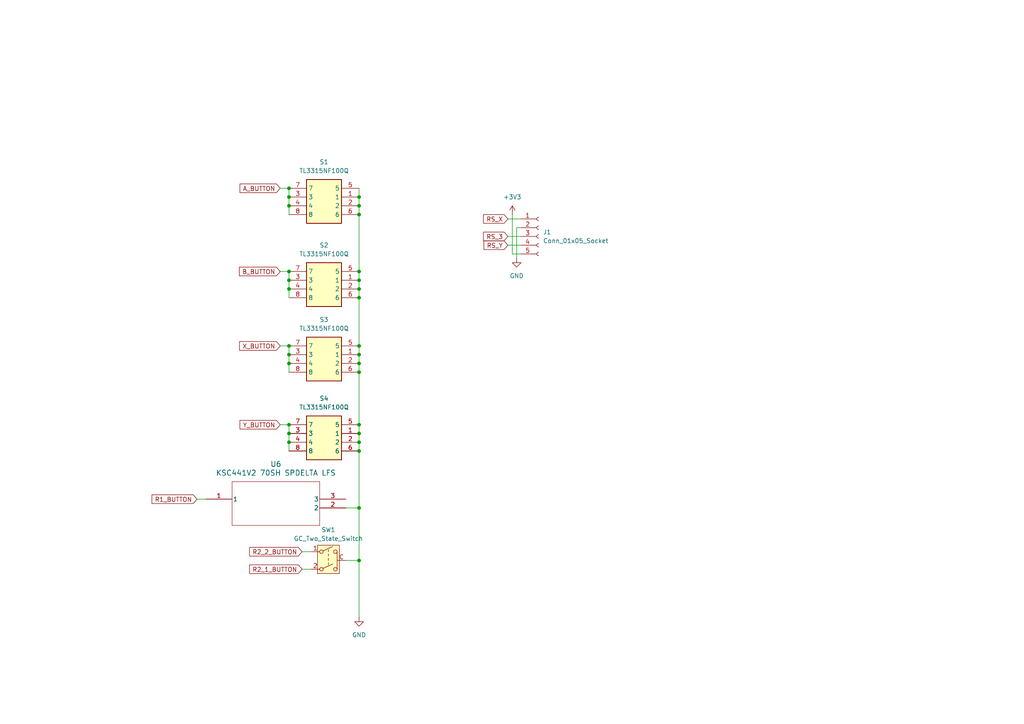
<source format=kicad_sch>
(kicad_sch (version 20250114) (generator "eeschema") (generator_version "9.0")
  (paper "A4")
  (lib_symbols
    (symbol "2025-07-13_09-53-12:KSC441V2_70SH_SPDELTA_LFS" (pin_names (offset 0.254))
      (property "Reference" "U" (at 20.32 10.16 0))
      (property "Value" "KSC441V2 70SH SPDELTA LFS" (at 20.32 7.62 0))
      (symbol "KSC441V2_70SH_SPDELTA_LFS_0_1"
        (polyline (pts (xy 7.62 5.08) (xy 7.62 -7.62)) (stroke (width 0.127)))
        (polyline (pts (xy 7.62 -7.62) (xy 33.02 -7.62)) (stroke (width 0.127)))
        (polyline (pts (xy 33.02 5.08) (xy 7.62 5.08)) (stroke (width 0.127)))
        (polyline (pts (xy 33.02 -7.62) (xy 33.02 5.08)) (stroke (width 0.127)))
        (pin unspecified line (at 0 0 0) (length 7.62) (name "1") (number "1"))
        (pin unspecified line (at 40.64 0 180) (length 7.62) (name "3") (number "3"))
        (pin unspecified line (at 40.64 -2.54 180) (length 7.62) (name "2") (number "2"))
      )
    )
    (symbol "Connector:Conn_01x05_Socket" (pin_names (offset 1.016) (hide yes))
      (property "Reference" "J" (at 0 7.62 0))
      (property "Value" "Conn_01x05_Socket" (at 0 -7.62 0))
      (symbol "Conn_01x05_Socket_1_1"
        (polyline (pts (xy -1.27 5.08) (xy -0.508 5.08)) (stroke (width 0.1524)))
        (polyline (pts (xy -1.27 2.54) (xy -0.508 2.54)) (stroke (width 0.1524)))
        (polyline (pts (xy -1.27 0) (xy -0.508 0)) (stroke (width 0.1524)))
        (polyline (pts (xy -1.27 -2.54) (xy -0.508 -2.54)) (stroke (width 0.1524)))
        (polyline (pts (xy -1.27 -5.08) (xy -0.508 -5.08)) (stroke (width 0.1524)))
        (arc (start 0 4.572) (mid -0.5058 5.08) (end 0 5.588) (stroke (width 0.1524)))
        (arc (start 0 2.032) (mid -0.5058 2.54) (end 0 3.048) (stroke (width 0.1524)))
        (arc (start 0 -0.508) (mid -0.5058 0) (end 0 0.508) (stroke (width 0.1524)))
        (arc (start 0 -3.048) (mid -0.5058 -2.54) (end 0 -2.032) (stroke (width 0.1524)))
        (arc (start 0 -5.588) (mid -0.5058 -5.08) (end 0 -4.572) (stroke (width 0.1524)))
        (pin passive line (at -5.08 5.08 0) (length 3.81) (name "Pin_1") (number "1"))
        (pin passive line (at -5.08 2.54 0) (length 3.81) (name "Pin_2") (number "2"))
        (pin passive line (at -5.08 0 0) (length 3.81) (name "Pin_3") (number "3"))
        (pin passive line (at -5.08 -2.54 0) (length 3.81) (name "Pin_4") (number "4"))
        (pin passive line (at -5.08 -5.08 0) (length 3.81) (name "Pin_5") (number "5"))
      )
    )
    (symbol "RoseDaggerDev:GC_Two_State_Switch" (pin_names (offset 0) (hide yes))
      (property "Reference" "SW" (at 0 6.35 0))
      (property "Value" "GC_Two_State_Switch" (at 0 -5.08 0))
      (symbol "GC_Two_State_Switch_0_0"
        (circle (center -2.032 2.54) (radius 0.508))
        (circle (center -2.032 -2.54) (radius 0.508))
        (polyline (pts (xy -1.524 2.794) (xy 1.27 4.064)))
        (polyline (pts (xy -1.524 -2.286) (xy 1.27 -1.016)))
        (polyline (pts (xy 0 2.54) (xy 0 3.175)))
        (polyline (pts (xy 0 1.27) (xy 0 1.905)))
        (polyline (pts (xy 0 0) (xy 0 0.635)))
        (polyline (pts (xy 0 -1.27) (xy 0 -0.635)))
        (circle (center 2.032 2.54) (radius 0.508))
        (circle (center 2.032 -2.54) (radius 0.508))
      )
      (symbol "GC_Two_State_Switch_0_1"
        (polyline (pts (xy 2.54 2.54) (xy 2.54 -2.54)))
      )
      (symbol "GC_Two_State_Switch_1_1"
        (rectangle (start -3.175 4.445) (end 3.175 -3.81) (fill (type background)))
        (pin passive line (at -5.08 2.54 0) (length 2.54) (name "1") (number "1"))
        (pin passive line (at -5.08 -2.54 0) (length 2.54) (name "2") (number "2"))
        (pin passive line (at 5.08 0 180) (length 2.54) (name "C") (number "C"))
      )
    )
    (symbol "SamacSys_Parts:TL3315NF100Q"
      (property "Reference" "S" (at 16.51 7.62 0))
      (property "Value" "TL3315NF100Q" (at 16.51 5.08 0))
      (symbol "TL3315NF100Q_1_1"
        (rectangle (start 5.08 2.54) (end 15.24 -10.16) (stroke (width 0.254)) (fill (type background)))
        (pin passive line (at 0 0 0) (length 5.08) (name "7") (number "7"))
        (pin passive line (at 0 -2.54 0) (length 5.08) (name "3") (number "3"))
        (pin passive line (at 0 -5.08 0) (length 5.08) (name "4") (number "4"))
        (pin passive line (at 0 -7.62 0) (length 5.08) (name "8") (number "8"))
        (pin passive line (at 20.32 0 180) (length 5.08) (name "5") (number "5"))
        (pin passive line (at 20.32 -2.54 180) (length 5.08) (name "1") (number "1"))
        (pin passive line (at 20.32 -5.08 180) (length 5.08) (name "2") (number "2"))
        (pin passive line (at 20.32 -7.62 180) (length 5.08) (name "6") (number "6"))
      )
    )
    (symbol "power:+3V3" (power) (pin_numbers (hide yes)) (pin_names (offset 0) (hide yes))
      (property "Value" "+3V3" (at 0 3.556 0))
      (symbol "+3V3_0_1"
        (polyline (pts (xy -0.762 1.27) (xy 0 2.54)))
        (polyline (pts (xy 0 2.54) (xy 0.762 1.27)))
        (polyline (pts (xy 0 0) (xy 0 2.54)))
      )
      (symbol "+3V3_1_1"
        (pin power_in line (at 0 0 90) (length 0) (name "~") (number "1"))
      )
    )
    (symbol "power:GND" (power) (pin_numbers (hide yes)) (pin_names (offset 0) (hide yes))
      (property "Value" "GND" (at 0 -3.81 0))
      (symbol "GND_0_1"
        (polyline (pts (xy 0 0) (xy 0 -1.27) (xy 1.27 -1.27) (xy 0 -2.54) (xy -1.27 -1.27) (xy 0 -1.27)))
      )
      (symbol "GND_1_1"
        (pin power_in line (at 0 0 270) (length 0) (name "~") (number "1"))
      )
    )
  )
  (junction (at 104.14 123.19))
  (junction (at 83.82 105.41))
  (junction (at 104.14 125.73))
  (junction (at 83.82 81.28))
  (junction (at 83.82 78.74))
  (junction (at 104.14 162.56))
  (junction (at 104.14 128.27))
  (junction (at 83.82 123.19))
  (junction (at 104.14 59.69))
  (junction (at 104.14 147.32))
  (junction (at 83.82 83.82))
  (junction (at 83.82 59.69))
  (junction (at 83.82 100.33))
  (junction (at 104.14 78.74))
  (junction (at 104.14 130.81))
  (junction (at 104.14 57.15))
  (junction (at 83.82 57.15))
  (junction (at 83.82 54.61))
  (junction (at 83.82 102.87))
  (junction (at 104.14 107.95))
  (junction (at 104.14 83.82))
  (junction (at 104.14 105.41))
  (junction (at 83.82 125.73))
  (junction (at 104.14 86.36))
  (junction (at 104.14 62.23))
  (junction (at 104.14 100.33))
  (junction (at 83.82 128.27))
  (junction (at 104.14 102.87))
  (junction (at 104.14 81.28))
  (wire (pts (xy 83.82 128.27) (xy 83.82 130.81)))
  (wire (pts (xy 83.82 57.15) (xy 83.82 59.69)))
  (wire (pts (xy 104.14 125.73) (xy 104.14 128.27)))
  (wire (pts (xy 104.14 78.74) (xy 104.14 81.28)))
  (wire (pts (xy 104.14 59.69) (xy 104.14 62.23)))
  (wire (pts (xy 149.86 74.93) (xy 149.86 66.04)))
  (wire (pts (xy 104.14 130.81) (xy 104.14 147.32)))
  (wire (pts (xy 147.32 71.12) (xy 151.13 71.12)))
  (wire (pts (xy 104.14 81.28) (xy 104.14 83.82)))
  (wire (pts (xy 104.14 147.32) (xy 104.14 162.56)))
  (wire (pts (xy 104.14 105.41) (xy 104.14 107.95)))
  (wire (pts (xy 83.82 125.73) (xy 83.82 128.27)))
  (wire (pts (xy 81.28 78.74) (xy 83.82 78.74)))
  (wire (pts (xy 104.14 86.36) (xy 104.14 100.33)))
  (wire (pts (xy 83.82 100.33) (xy 83.82 102.87)))
  (wire (pts (xy 83.82 102.87) (xy 83.82 105.41)))
  (wire (pts (xy 104.14 102.87) (xy 104.14 105.41)))
  (wire (pts (xy 100.33 162.56) (xy 104.14 162.56)))
  (wire (pts (xy 81.28 100.33) (xy 83.82 100.33)))
  (wire (pts (xy 148.59 62.23) (xy 148.59 73.66)))
  (wire (pts (xy 151.13 73.66) (xy 148.59 73.66)))
  (wire (pts (xy 83.82 83.82) (xy 83.82 86.36)))
  (wire (pts (xy 83.82 81.28) (xy 83.82 83.82)))
  (wire (pts (xy 83.82 123.19) (xy 83.82 125.73)))
  (wire (pts (xy 83.82 59.69) (xy 83.82 62.23)))
  (wire (pts (xy 104.14 57.15) (xy 104.14 59.69)))
  (wire (pts (xy 147.32 68.58) (xy 151.13 68.58)))
  (wire (pts (xy 83.82 105.41) (xy 83.82 107.95)))
  (wire (pts (xy 104.14 100.33) (xy 104.14 102.87)))
  (wire (pts (xy 83.82 54.61) (xy 83.82 57.15)))
  (wire (pts (xy 87.63 160.02) (xy 90.17 160.02)))
  (wire (pts (xy 104.14 54.61) (xy 104.14 57.15)))
  (wire (pts (xy 87.63 165.1) (xy 90.17 165.1)))
  (wire (pts (xy 104.14 128.27) (xy 104.14 130.81)))
  (wire (pts (xy 149.86 66.04) (xy 151.13 66.04)))
  (wire (pts (xy 104.14 83.82) (xy 104.14 86.36)))
  (wire (pts (xy 83.82 78.74) (xy 83.82 81.28)))
  (wire (pts (xy 57.15 144.78) (xy 59.69 144.78)))
  (wire (pts (xy 104.14 62.23) (xy 104.14 78.74)))
  (wire (pts (xy 100.33 147.32) (xy 104.14 147.32)))
  (wire (pts (xy 104.14 107.95) (xy 104.14 123.19)))
  (wire (pts (xy 147.32 63.5) (xy 151.13 63.5)))
  (wire (pts (xy 104.14 162.56) (xy 104.14 179.07)))
  (wire (pts (xy 81.28 123.19) (xy 83.82 123.19)))
  (wire (pts (xy 81.28 54.61) (xy 83.82 54.61)))
  (wire (pts (xy 104.14 123.19) (xy 104.14 125.73)))
  (global_label "RS_X" (shape input) (at 147.32 63.5 180) (property "Intersheetrefs" "${INTERSHEET_REFS}" (effects (hide yes))))
  (global_label "R2_1_BUTTON" (shape input) (at 87.63 165.1 180) (property "Intersheetrefs" "${INTERSHEET_REFS}" (effects (hide yes))))
  (global_label "R1_BUTTON" (shape input) (at 57.15 144.78 180) (property "Intersheetrefs" "${INTERSHEET_REFS}" (effects (hide yes))))
  (global_label "R2_2_BUTTON" (shape input) (at 87.63 160.02 180) (property "Intersheetrefs" "${INTERSHEET_REFS}" (effects (hide yes))))
  (global_label "RS_Y" (shape input) (at 147.32 71.12 180) (property "Intersheetrefs" "${INTERSHEET_REFS}" (effects (hide yes))))
  (global_label "B_BUTTON" (shape input) (at 81.28 78.74 180) (property "Intersheetrefs" "${INTERSHEET_REFS}" (effects (hide yes))))
  (global_label "Y_BUTTON" (shape input) (at 81.28 123.19 180) (property "Intersheetrefs" "${INTERSHEET_REFS}" (effects (hide yes))))
  (global_label "A_BUTTON" (shape input) (at 81.28 54.61 180) (property "Intersheetrefs" "${INTERSHEET_REFS}" (effects (hide yes))))
  (global_label "RS_3" (shape input) (at 147.32 68.58 180) (property "Intersheetrefs" "${INTERSHEET_REFS}" (effects (hide yes))))
  (global_label "X_BUTTON" (shape input) (at 81.28 100.33 180) (property "Intersheetrefs" "${INTERSHEET_REFS}" (effects (hide yes))))
  (symbol (lib_id "SamacSys_Parts:TL3315NF100Q") (at 83.82 78.74 0) (unit 1)
    (property "Reference" "S2" (at 93.98 71.12 0))
    (property "Value" "TL3315NF100Q" (at 93.98 73.66 0))
    (property "Footprint" "TL3315NF100Q" (effects (hide yes)))
    (property "Datasheet" "https://configured-product-images.s3.amazonaws.com/2D/specs/TL3315NF100Q.pdf" (effects (hide yes)))
    (property "Description" "TACT, 50mA, 15VDC SPST-NO, Off-(On) Surface Mount" (effects (hide yes)))
    (property "Height" "0.85" (effects (hide yes)))
    (property "Mouser Part Number" "612-TL3315NF100Q" (effects (hide yes)))
    (property "Mouser Price/Stock" "https://www.mouser.co.uk/ProductDetail/E-Switch/TL3315NF100Q?qs=g35H13458KZZxv0XYR2YuQ%3D%3D" (effects (hide yes)))
    (property "Manufacturer_Name" "E-Switch" (effects (hide yes)))
    (property "Manufacturer_Part_Number" "TL3315NF100Q" (effects (hide yes)))
  )
  (symbol (lib_id "Connector:Conn_01x05_Socket") (at 156.21 68.58 0) (unit 1)
    (property "Reference" "J1" (at 157.48 67.3099 0) (effects (justify left)))
    (property "Value" "Conn_01x05_Socket" (at 157.48 69.8499 0) (effects (justify left)))
    (property "Footprint" "SamacSys_Parts:5051100592" (effects (hide yes)))
    (property "Description" "Generic connector, single row, 01x05, script generated" (effects (hide yes)))
  )
  (symbol (lib_id "2025-07-13_09-53-12:KSC441V2_70SH_SPDELTA_LFS") (at 59.69 144.78 0) (unit 1)
    (property "Reference" "U6" (at 80.01 134.62 0) (effects (font (size 1.524 1.524))))
    (property "Value" "KSC441V2 70SH SPDELTA LFS" (at 80.01 137.16 0) (effects (font (size 1.524 1.524))))
    (property "Footprint" "SW3_KSC441V2" (effects (hide yes)))
    (property "Datasheet" "KSC441V2 70SH SPDELTA LFS" (effects (hide yes)))
  )
  (symbol (lib_id "power:GND") (at 104.14 179.07 0) (unit 1)
    (property "Reference" "#PWR036" (effects (hide yes)))
    (property "Value" "GND" (at 104.14 184.15 0))
    (property "Description" "Power symbol creates a global label with name \"GND\" , ground" (effects (hide yes)))
  )
  (symbol (lib_id "SamacSys_Parts:TL3315NF100Q") (at 83.82 100.33 0) (unit 1)
    (property "Reference" "S3" (at 93.98 92.71 0))
    (property "Value" "TL3315NF100Q" (at 93.98 95.25 0))
    (property "Footprint" "TL3315NF100Q" (effects (hide yes)))
    (property "Datasheet" "https://configured-product-images.s3.amazonaws.com/2D/specs/TL3315NF100Q.pdf" (effects (hide yes)))
    (property "Description" "TACT, 50mA, 15VDC SPST-NO, Off-(On) Surface Mount" (effects (hide yes)))
    (property "Height" "0.85" (effects (hide yes)))
    (property "Mouser Part Number" "612-TL3315NF100Q" (effects (hide yes)))
    (property "Mouser Price/Stock" "https://www.mouser.co.uk/ProductDetail/E-Switch/TL3315NF100Q?qs=g35H13458KZZxv0XYR2YuQ%3D%3D" (effects (hide yes)))
    (property "Manufacturer_Name" "E-Switch" (effects (hide yes)))
    (property "Manufacturer_Part_Number" "TL3315NF100Q" (effects (hide yes)))
  )
  (symbol (lib_id "power:+3V3") (at 148.59 62.23 0) (unit 1)
    (property "Reference" "#PWR041" (effects (hide yes)))
    (property "Value" "+3V3" (at 148.59 57.15 0))
    (property "Description" "Power symbol creates a global label with name \"+3V3\"" (effects (hide yes)))
  )
  (symbol (lib_id "SamacSys_Parts:TL3315NF100Q") (at 83.82 54.61 0) (unit 1)
    (property "Reference" "S1" (at 93.98 46.99 0))
    (property "Value" "TL3315NF100Q" (at 93.98 49.53 0))
    (property "Footprint" "TL3315NF100Q" (effects (hide yes)))
    (property "Datasheet" "https://configured-product-images.s3.amazonaws.com/2D/specs/TL3315NF100Q.pdf" (effects (hide yes)))
    (property "Description" "TACT, 50mA, 15VDC SPST-NO, Off-(On) Surface Mount" (effects (hide yes)))
    (property "Height" "0.85" (effects (hide yes)))
    (property "Mouser Part Number" "612-TL3315NF100Q" (effects (hide yes)))
    (property "Mouser Price/Stock" "https://www.mouser.co.uk/ProductDetail/E-Switch/TL3315NF100Q?qs=g35H13458KZZxv0XYR2YuQ%3D%3D" (effects (hide yes)))
    (property "Manufacturer_Name" "E-Switch" (effects (hide yes)))
    (property "Manufacturer_Part_Number" "TL3315NF100Q" (effects (hide yes)))
  )
  (symbol (lib_id "RoseDaggerDev:GC_Two_State_Switch") (at 95.25 162.56 0) (unit 1)
    (property "Reference" "SW1" (at 95.25 153.67 0))
    (property "Value" "GC_Two_State_Switch" (at 95.25 156.21 0))
    (property "Footprint" "RoseDaggerDev:GC_Two_state_switch" (effects (hide yes)))
    (property "Description" "Double Pole Single Throw (DPST) Switch" (effects (hide yes)))
  )
  (symbol (lib_id "SamacSys_Parts:TL3315NF100Q") (at 83.82 123.19 0) (unit 1)
    (property "Reference" "S4" (at 93.98 115.57 0))
    (property "Value" "TL3315NF100Q" (at 93.98 118.11 0))
    (property "Footprint" "TL3315NF100Q" (effects (hide yes)))
    (property "Datasheet" "https://configured-product-images.s3.amazonaws.com/2D/specs/TL3315NF100Q.pdf" (effects (hide yes)))
    (property "Description" "TACT, 50mA, 15VDC SPST-NO, Off-(On) Surface Mount" (effects (hide yes)))
    (property "Height" "0.85" (effects (hide yes)))
    (property "Mouser Part Number" "612-TL3315NF100Q" (effects (hide yes)))
    (property "Mouser Price/Stock" "https://www.mouser.co.uk/ProductDetail/E-Switch/TL3315NF100Q?qs=g35H13458KZZxv0XYR2YuQ%3D%3D" (effects (hide yes)))
    (property "Manufacturer_Name" "E-Switch" (effects (hide yes)))
    (property "Manufacturer_Part_Number" "TL3315NF100Q" (effects (hide yes)))
  )
  (symbol (lib_id "power:GND") (at 149.86 74.93 0) (unit 1)
    (property "Reference" "#PWR037" (effects (hide yes)))
    (property "Value" "GND" (at 149.86 80.01 0))
    (property "Description" "Power symbol creates a global label with name \"GND\" , ground" (effects (hide yes)))
  )
)
</source>
